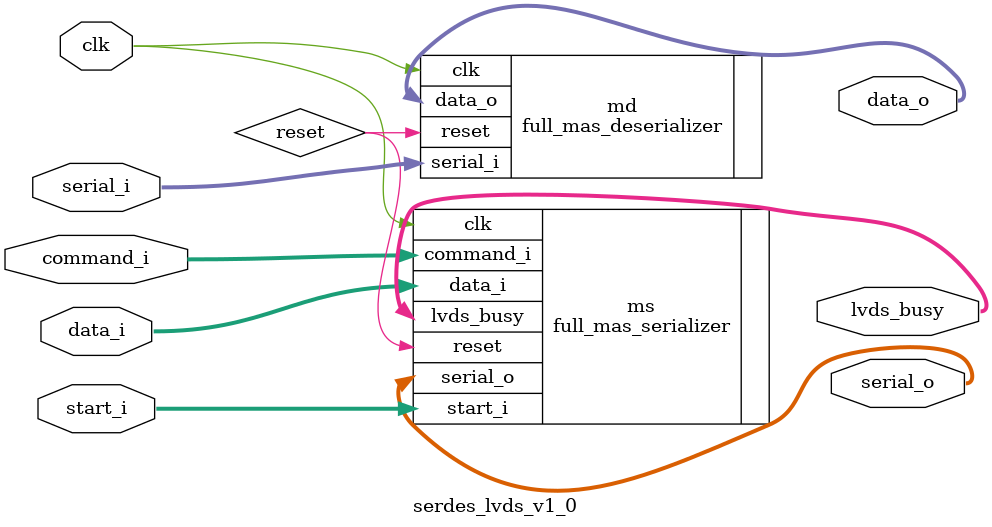
<source format=v>

`timescale 1 ns / 1 ps

	module serdes_lvds_v1_0 
	(
	   input clk, 
	   input [1:0] start_i,
	   input [4:0] command_i,
	   input [31:0] data_i,
	   input [1:0] serial_i,
	   output [1:0] serial_o,
	   output [1:0] lvds_busy,
	   output [36:0] data_o
	);
    
    
    full_mas_serializer ms(
        .clk(clk),
        .reset(reset),
        .command_i(command_i),
        .data_i(data_i),
        .start_i(start_i),
        .lvds_busy(lvds_busy),
        .serial_o(serial_o)
    );
    
    full_mas_deserializer md(
        .clk(clk),
        .reset(reset),
        .serial_i(serial_i),
        //.axi_lite_ready_o(),
        .data_o(data_o)
    );

	endmodule

</source>
